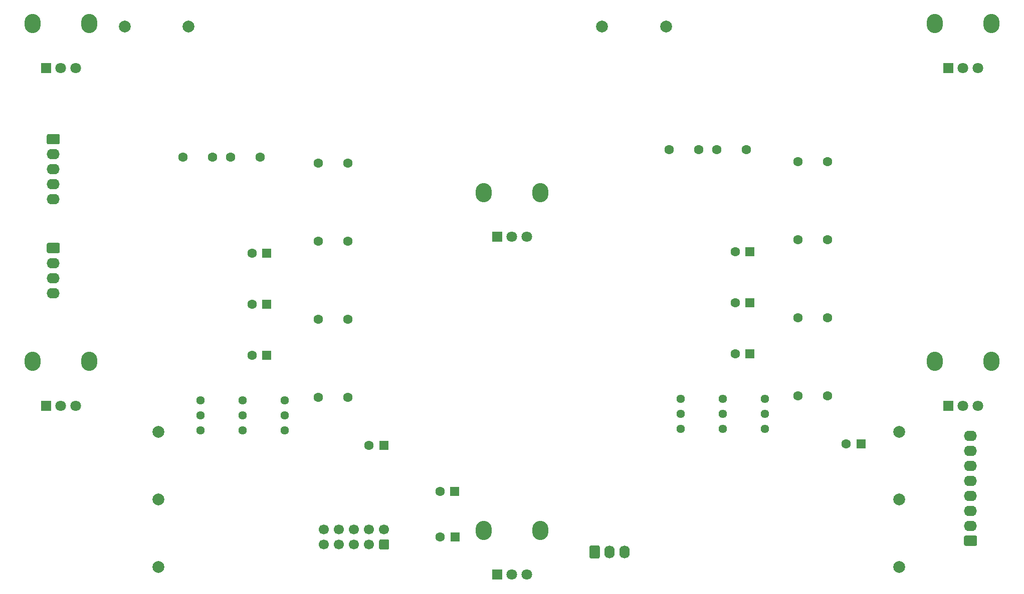
<source format=gts>
G04 #@! TF.GenerationSoftware,KiCad,Pcbnew,6.0.5+dfsg-1~bpo11+1*
G04 #@! TF.CreationDate,2022-08-16T14:47:16+00:00*
G04 #@! TF.ProjectId,filter_board,66696c74-6572-45f6-926f-6172642e6b69,0*
G04 #@! TF.SameCoordinates,Original*
G04 #@! TF.FileFunction,Soldermask,Top*
G04 #@! TF.FilePolarity,Negative*
%FSLAX46Y46*%
G04 Gerber Fmt 4.6, Leading zero omitted, Abs format (unit mm)*
G04 Created by KiCad (PCBNEW 6.0.5+dfsg-1~bpo11+1) date 2022-08-16 14:47:16*
%MOMM*%
%LPD*%
G01*
G04 APERTURE LIST*
%ADD10O,2.720000X3.240000*%
%ADD11R,1.800000X1.800000*%
%ADD12C,1.800000*%
%ADD13C,1.600000*%
%ADD14R,1.600000X1.600000*%
%ADD15C,1.440000*%
%ADD16O,2.190000X1.740000*%
%ADD17C,2.000000*%
%ADD18C,1.700000*%
%ADD19O,1.740000X2.190000*%
G04 APERTURE END LIST*
D10*
X73380000Y-108070000D03*
X63780000Y-108070000D03*
D11*
X66080000Y-115570000D03*
D12*
X68580000Y-115570000D03*
X71080000Y-115570000D03*
D10*
X73380000Y-50920000D03*
X63780000Y-50920000D03*
D11*
X66080000Y-58420000D03*
D12*
X68580000Y-58420000D03*
X71080000Y-58420000D03*
D10*
X139980000Y-79495000D03*
X149580000Y-79495000D03*
D11*
X142280000Y-86995000D03*
D12*
X144780000Y-86995000D03*
X147280000Y-86995000D03*
D10*
X149580000Y-136645000D03*
X139980000Y-136645000D03*
D11*
X142280000Y-144145000D03*
D12*
X144780000Y-144145000D03*
X147280000Y-144145000D03*
D10*
X225780000Y-50920000D03*
X216180000Y-50920000D03*
D11*
X218480000Y-58420000D03*
D12*
X220980000Y-58420000D03*
X223480000Y-58420000D03*
D10*
X225780000Y-108070000D03*
X216180000Y-108070000D03*
D11*
X218480000Y-115570000D03*
D12*
X220980000Y-115570000D03*
X223480000Y-115570000D03*
D13*
X198105400Y-74318500D03*
X193105400Y-74318500D03*
X171341400Y-72286500D03*
X176341400Y-72286500D03*
D14*
X103376100Y-98450400D03*
D13*
X100876100Y-98450400D03*
X184404000Y-72288400D03*
X179404000Y-72288400D03*
D15*
X106424100Y-119786400D03*
X106424100Y-117246400D03*
X106424100Y-114706400D03*
G36*
G01*
X66465000Y-88030000D02*
X68155000Y-88030000D01*
G75*
G02*
X68405000Y-88280000I0J-250000D01*
G01*
X68405000Y-89520000D01*
G75*
G02*
X68155000Y-89770000I-250000J0D01*
G01*
X66465000Y-89770000D01*
G75*
G02*
X66215000Y-89520000I0J250000D01*
G01*
X66215000Y-88280000D01*
G75*
G02*
X66465000Y-88030000I250000J0D01*
G01*
G37*
D16*
X67310000Y-91440000D03*
X67310000Y-93980000D03*
X67310000Y-96520000D03*
D17*
X90170000Y-51435000D03*
D15*
X180405400Y-119540500D03*
X180405400Y-117000500D03*
X180405400Y-114460500D03*
D17*
X170815000Y-51435000D03*
D15*
X173293400Y-119530500D03*
X173293400Y-116990500D03*
X173293400Y-114450500D03*
D13*
X193105400Y-87526500D03*
X198105400Y-87526500D03*
D17*
X210185000Y-142875000D03*
X160020000Y-51435000D03*
D13*
X89232100Y-73558400D03*
X94232100Y-73558400D03*
G36*
G01*
X223095000Y-139300000D02*
X221405000Y-139300000D01*
G75*
G02*
X221155000Y-139050000I0J250000D01*
G01*
X221155000Y-137810000D01*
G75*
G02*
X221405000Y-137560000I250000J0D01*
G01*
X223095000Y-137560000D01*
G75*
G02*
X223345000Y-137810000I0J-250000D01*
G01*
X223345000Y-139050000D01*
G75*
G02*
X223095000Y-139300000I-250000J0D01*
G01*
G37*
D16*
X222250000Y-135890000D03*
X222250000Y-133350000D03*
X222250000Y-130810000D03*
X222250000Y-128270000D03*
X222250000Y-125730000D03*
X222250000Y-123190000D03*
X222250000Y-120650000D03*
D13*
X112092100Y-87782400D03*
X117092100Y-87782400D03*
D17*
X85090000Y-131445000D03*
X79375000Y-51435000D03*
X210185000Y-120015000D03*
G36*
G01*
X123790000Y-139915000D02*
X122590000Y-139915000D01*
G75*
G02*
X122340000Y-139665000I0J250000D01*
G01*
X122340000Y-138465000D01*
G75*
G02*
X122590000Y-138215000I250000J0D01*
G01*
X123790000Y-138215000D01*
G75*
G02*
X124040000Y-138465000I0J-250000D01*
G01*
X124040000Y-139665000D01*
G75*
G02*
X123790000Y-139915000I-250000J0D01*
G01*
G37*
D18*
X123190000Y-136525000D03*
X120650000Y-139065000D03*
X120650000Y-136525000D03*
X118110000Y-139065000D03*
X118110000Y-136525000D03*
X115570000Y-139065000D03*
X115570000Y-136525000D03*
X113030000Y-139065000D03*
X113030000Y-136525000D03*
D14*
X184977400Y-98194500D03*
D13*
X182477400Y-98194500D03*
X193105400Y-113942500D03*
X198105400Y-113942500D03*
D14*
X184977400Y-106830500D03*
D13*
X182477400Y-106830500D03*
D14*
X103376100Y-107086400D03*
D13*
X100876100Y-107086400D03*
D14*
X184977400Y-89558500D03*
D13*
X182477400Y-89558500D03*
D14*
X135167380Y-137795000D03*
D13*
X132667380Y-137795000D03*
X198105400Y-100734500D03*
X193105400Y-100734500D03*
D15*
X99312100Y-119786400D03*
X99312100Y-117246400D03*
X99312100Y-114706400D03*
D13*
X112092100Y-114198400D03*
X117092100Y-114198400D03*
D14*
X203733400Y-122070500D03*
D13*
X201233400Y-122070500D03*
X117092100Y-100990400D03*
X112092100Y-100990400D03*
D15*
X92200100Y-119786400D03*
X92200100Y-117246400D03*
X92200100Y-114706400D03*
D17*
X85090000Y-120015000D03*
D15*
X187517400Y-119530500D03*
X187517400Y-116990500D03*
X187517400Y-114450500D03*
G36*
G01*
X157880000Y-141180000D02*
X157880000Y-139490000D01*
G75*
G02*
X158130000Y-139240000I250000J0D01*
G01*
X159370000Y-139240000D01*
G75*
G02*
X159620000Y-139490000I0J-250000D01*
G01*
X159620000Y-141180000D01*
G75*
G02*
X159370000Y-141430000I-250000J0D01*
G01*
X158130000Y-141430000D01*
G75*
G02*
X157880000Y-141180000I0J250000D01*
G01*
G37*
D19*
X161290000Y-140335000D03*
X163830000Y-140335000D03*
D14*
X123148100Y-122326400D03*
D13*
X120648100Y-122326400D03*
D17*
X210185000Y-131445000D03*
D14*
X135128000Y-130048000D03*
D13*
X132628000Y-130048000D03*
D17*
X85090000Y-142875000D03*
G36*
G01*
X66465000Y-69615000D02*
X68155000Y-69615000D01*
G75*
G02*
X68405000Y-69865000I0J-250000D01*
G01*
X68405000Y-71105000D01*
G75*
G02*
X68155000Y-71355000I-250000J0D01*
G01*
X66465000Y-71355000D01*
G75*
G02*
X66215000Y-71105000I0J250000D01*
G01*
X66215000Y-69865000D01*
G75*
G02*
X66465000Y-69615000I250000J0D01*
G01*
G37*
D16*
X67310000Y-73025000D03*
X67310000Y-75565000D03*
X67310000Y-78105000D03*
X67310000Y-80645000D03*
D13*
X117092100Y-74574400D03*
X112092100Y-74574400D03*
X102280100Y-73558400D03*
X97280100Y-73558400D03*
D14*
X103376100Y-89814400D03*
D13*
X100876100Y-89814400D03*
M02*

</source>
